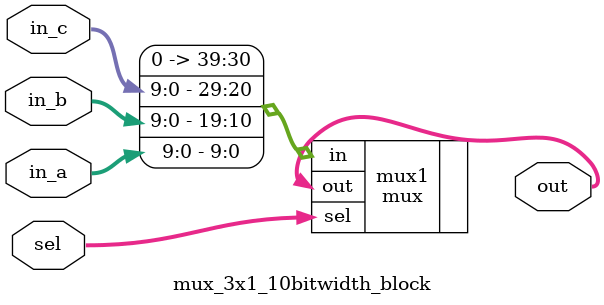
<source format=v>
`timescale 1ns / 1ps


module mux_3x1_10bitwidth_block(
    input [9:0] in_a,
    input [9:0] in_b,
    input [9:0] in_c,
    input [1:0] sel,
    output [9:0] out
    );
    
    mux #(.WIDTH(10), .NUM_INPUTS(4) ) mux1 
        (.in( { {10'b0},{in_c}, {in_b}, {in_a}}), .sel(sel), .out(out));
endmodule

</source>
